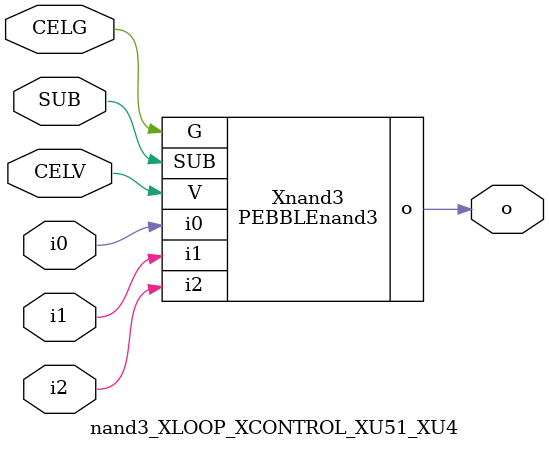
<source format=v>



module PEBBLEnand3 ( o, G, SUB, V, i0, i1, i2 );

  input i0;
  input V;
  input i2;
  input i1;
  input G;
  output o;
  input SUB;
endmodule

//Celera Confidential Do Not Copy nand3_XLOOP_XCONTROL_XU51_XU4
//Celera Confidential Symbol Generator
//5V Inverter
module nand3_XLOOP_XCONTROL_XU51_XU4 (CELV,CELG,i0,i1,i2,o,SUB);
input CELV;
input CELG;
input i0;
input i1;
input i2;
input SUB;
output o;

//Celera Confidential Do Not Copy nand3
PEBBLEnand3 Xnand3(
.V (CELV),
.i0 (i0),
.i1 (i1),
.i2 (i2),
.o (o),
.SUB (SUB),
.G (CELG)
);
//,diesize,PEBBLEnand3

//Celera Confidential Do Not Copy Module End
//Celera Schematic Generator
endmodule

</source>
